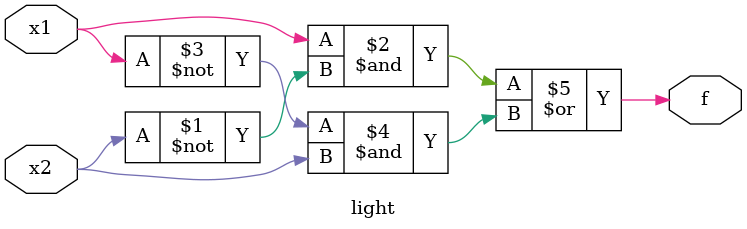
<source format=v>
/* A two-way light controller
Author: 	ECED 4260
Student ID: 	B00-------
Date: 	September xx, 2022
File Name: 	light.vhd
Architecture:LogicFunction
Description: The circuit can be used to control 
a single light from either of the 
two swiches, x1 and x2.
Acknowledgements:
*/
module light (x1,x2,f);
	input x1,x2;
	output f;
	assign f=(x1 & ~x2) | (~x1 & x2);
endmodule
</source>
